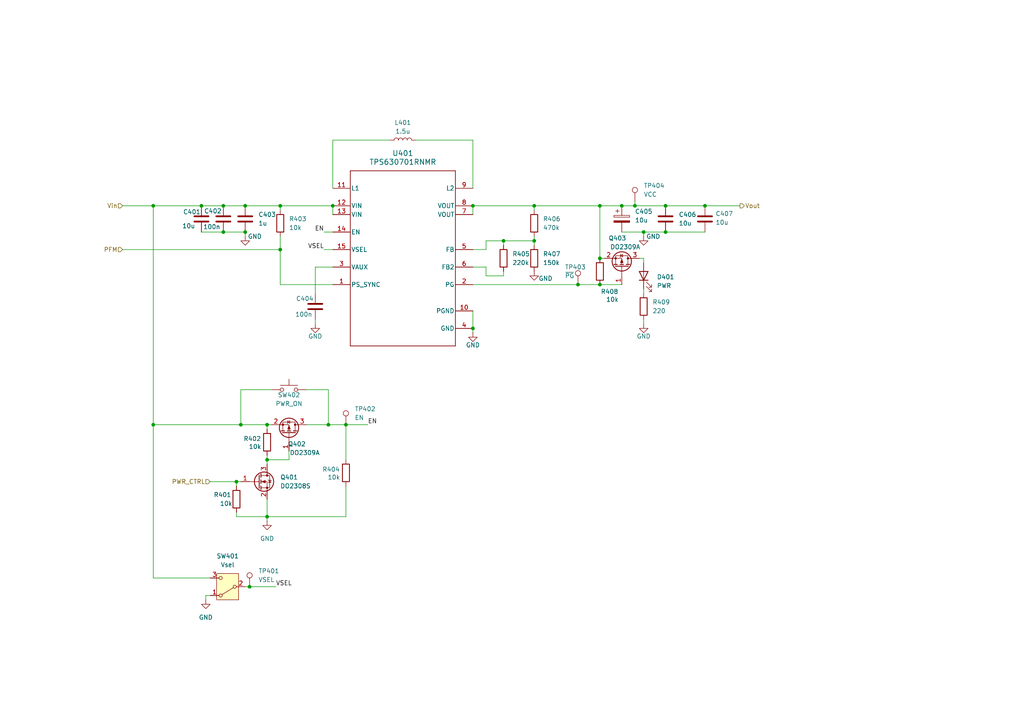
<source format=kicad_sch>
(kicad_sch (version 20250114) (generator "eeschema") (generator_version "9.0")
  (paper "A4")
  (lib_symbols
    (symbol "Connector:TestPoint" (pin_numbers (hide yes)) (pin_names (offset 0.762) (hide yes))
      (property "Reference" "TP" (at 0 6.858 0))
      (property "Value" "TestPoint" (at 0 5.08 0))
      (symbol "TestPoint_0_1"
        (circle (center 0 3.302) (radius 0.762))
      )
      (symbol "TestPoint_1_1"
        (pin passive line (at 0 0 90) (length 2.54) (name "1") (number "1"))
      )
    )
    (symbol "Device:C" (pin_numbers (hide yes)) (pin_names (offset 0.254))
      (property "Reference" "C" (at 0.635 2.54 0))
      (property "Value" "C" (at 0.635 -2.54 0))
      (symbol "C_0_1"
        (polyline (pts (xy -2.032 0.762) (xy 2.032 0.762)) (stroke (width 0.508)))
        (polyline (pts (xy -2.032 -0.762) (xy 2.032 -0.762)) (stroke (width 0.508)))
      )
      (symbol "C_1_1"
        (pin passive line (at 0 3.81 270) (length 2.794) (name "~") (number "1"))
        (pin passive line (at 0 -3.81 90) (length 2.794) (name "~") (number "2"))
      )
    )
    (symbol "Device:C_Polarized" (pin_numbers (hide yes)) (pin_names (offset 0.254))
      (property "Reference" "C" (at 0.635 2.54 0))
      (property "Value" "C_Polarized" (at 0.635 -2.54 0))
      (symbol "C_Polarized_0_1"
        (rectangle (start -2.286 0.508) (end 2.286 1.016))
        (polyline (pts (xy -1.778 2.286) (xy -0.762 2.286)))
        (polyline (pts (xy -1.27 2.794) (xy -1.27 1.778)))
        (rectangle (start 2.286 -0.508) (end -2.286 -1.016) (fill (type outline)))
      )
      (symbol "C_Polarized_1_1"
        (pin passive line (at 0 3.81 270) (length 2.794) (name "~") (number "1"))
        (pin passive line (at 0 -3.81 90) (length 2.794) (name "~") (number "2"))
      )
    )
    (symbol "Device:L" (pin_numbers (hide yes)) (pin_names (offset 1.016) (hide yes))
      (property "Reference" "L" (at -1.27 0 90))
      (property "Value" "L" (at 1.905 0 90))
      (symbol "L_0_1"
        (arc (start 0 2.54) (mid 0.6323 1.905) (end 0 1.27))
        (arc (start 0 1.27) (mid 0.6323 0.635) (end 0 0))
        (arc (start 0 0) (mid 0.6323 -0.635) (end 0 -1.27))
        (arc (start 0 -1.27) (mid 0.6323 -1.905) (end 0 -2.54))
      )
      (symbol "L_1_1"
        (pin passive line (at 0 3.81 270) (length 1.27) (name "1") (number "1"))
        (pin passive line (at 0 -3.81 90) (length 1.27) (name "2") (number "2"))
      )
    )
    (symbol "Device:LED" (pin_numbers (hide yes)) (pin_names (offset 1.016) (hide yes))
      (property "Reference" "D" (at 0 2.54 0))
      (property "Value" "LED" (at 0 -2.54 0))
      (symbol "LED_0_1"
        (polyline (pts (xy -3.048 -0.762) (xy -4.572 -2.286) (xy -3.81 -2.286) (xy -4.572 -2.286) (xy -4.572 -1.524)))
        (polyline (pts (xy -1.778 -0.762) (xy -3.302 -2.286) (xy -2.54 -2.286) (xy -3.302 -2.286) (xy -3.302 -1.524)))
        (polyline (pts (xy -1.27 0) (xy 1.27 0)))
        (polyline (pts (xy -1.27 -1.27) (xy -1.27 1.27)) (stroke (width 0.254)))
        (polyline (pts (xy 1.27 -1.27) (xy 1.27 1.27) (xy -1.27 0) (xy 1.27 -1.27)) (stroke (width 0.254)))
      )
      (symbol "LED_1_1"
        (pin passive line (at -3.81 0 0) (length 2.54) (name "K") (number "1"))
        (pin passive line (at 3.81 0 180) (length 2.54) (name "A") (number "2"))
      )
    )
    (symbol "Device:R" (pin_numbers (hide yes)) (pin_names (offset 0))
      (property "Reference" "R" (at 2.032 0 90))
      (property "Value" "R" (at 0 0 90))
      (symbol "R_0_1"
        (rectangle (start -1.016 -2.54) (end 1.016 2.54) (stroke (width 0.254)))
      )
      (symbol "R_1_1"
        (pin passive line (at 0 3.81 270) (length 1.27) (name "~") (number "1"))
        (pin passive line (at 0 -3.81 90) (length 1.27) (name "~") (number "2"))
      )
    )
    (symbol "Switch:SW_Push" (pin_numbers (hide yes)) (pin_names (offset 1.016) (hide yes))
      (property "Reference" "SW" (at 1.27 2.54 0))
      (property "Value" "SW_Push" (at 0 -1.524 0))
      (symbol "SW_Push_0_1"
        (circle (center -2.032 0) (radius 0.508))
        (polyline (pts (xy 0 1.27) (xy 0 3.048)))
        (circle (center 2.032 0) (radius 0.508))
        (polyline (pts (xy 2.54 1.27) (xy -2.54 1.27)))
        (pin passive line (at -5.08 0 0) (length 2.54) (name "1") (number "1"))
        (pin passive line (at 5.08 0 180) (length 2.54) (name "2") (number "2"))
      )
    )
    (symbol "Switch:SW_SPDT" (pin_names (offset 0) (hide yes))
      (property "Reference" "SW" (at 0 5.08 0))
      (property "Value" "SW_SPDT" (at 0 -5.08 0))
      (symbol "SW_SPDT_0_1"
        (circle (center -2.032 0) (radius 0.4572))
        (polyline (pts (xy -1.651 0.254) (xy 1.651 2.286)))
        (circle (center 2.032 2.54) (radius 0.4572))
        (circle (center 2.032 -2.54) (radius 0.4572))
      )
      (symbol "SW_SPDT_1_1"
        (rectangle (start -3.175 3.81) (end 3.175 -3.81) (fill (type background)))
        (pin passive line (at -5.08 0 0) (length 2.54) (name "B") (number "2"))
        (pin passive line (at 5.08 2.54 180) (length 2.54) (name "A") (number "1"))
        (pin passive line (at 5.08 -2.54 180) (length 2.54) (name "C") (number "3"))
      )
    )
    (symbol "TPS63070:TPS630701RNMR" (pin_names (offset 0.254))
      (property "Reference" "U" (at 0 2.54 0))
      (property "Value" "TPS630701RNMR" (at 0 0 0))
      (symbol "TPS630701RNMR_0_1"
        (polyline (pts (xy -15.24 25.4) (xy -15.24 -25.4)) (stroke (width 0.2032)))
        (polyline (pts (xy -15.24 -25.4) (xy 15.24 -25.4)) (stroke (width 0.2032)))
        (polyline (pts (xy 15.24 25.4) (xy -15.24 25.4)) (stroke (width 0.2032)))
        (polyline (pts (xy 15.24 -25.4) (xy 15.24 25.4)) (stroke (width 0.2032)))
        (pin unspecified line (at -20.32 20.32 0) (length 5.08) (name "L1") (number "11"))
        (pin power_in line (at -20.32 15.24 0) (length 5.08) (name "VIN") (number "12"))
        (pin power_in line (at -20.32 12.7 0) (length 5.08) (name "VIN") (number "13"))
        (pin input line (at -20.32 7.62 0) (length 5.08) (name "EN") (number "14"))
        (pin input line (at -20.32 2.54 0) (length 5.08) (name "VSEL") (number "15"))
        (pin unspecified line (at -20.32 -2.54 0) (length 5.08) (name "VAUX") (number "3"))
        (pin input line (at -20.32 -7.62 0) (length 5.08) (name "PS_SYNC") (number "1"))
        (pin unspecified line (at 20.32 20.32 180) (length 5.08) (name "L2") (number "9"))
        (pin power_in line (at 20.32 15.24 180) (length 5.08) (name "VOUT") (number "8"))
        (pin power_in line (at 20.32 12.7 180) (length 5.08) (name "VOUT") (number "7"))
        (pin output line (at 20.32 2.54 180) (length 5.08) (name "FB") (number "5"))
        (pin input line (at 20.32 -2.54 180) (length 5.08) (name "FB2") (number "6"))
        (pin open_collector line (at 20.32 -7.62 180) (length 5.08) (name "PG") (number "2"))
        (pin power_in line (at 20.32 -15.24 180) (length 5.08) (name "PGND") (number "10"))
        (pin power_in line (at 20.32 -20.32 180) (length 5.08) (name "GND") (number "4"))
      )
    )
    (symbol "Transistor_FET:2N7002K" (pin_names (hide yes))
      (property "Reference" "Q" (at 5.08 1.905 0))
      (property "Value" "2N7002K" (at 5.08 0 0))
      (symbol "2N7002K_0_1"
        (polyline (pts (xy 0.254 1.905) (xy 0.254 -1.905)) (stroke (width 0.254)))
        (polyline (pts (xy 0.254 0) (xy -2.54 0)))
        (polyline (pts (xy 0.762 2.286) (xy 0.762 1.27)) (stroke (width 0.254)))
        (polyline (pts (xy 0.762 0.508) (xy 0.762 -0.508)) (stroke (width 0.254)))
        (polyline (pts (xy 0.762 -1.27) (xy 0.762 -2.286)) (stroke (width 0.254)))
        (polyline (pts (xy 0.762 -1.778) (xy 3.302 -1.778) (xy 3.302 1.778) (xy 0.762 1.778)))
        (polyline (pts (xy 1.016 0) (xy 2.032 0.381) (xy 2.032 -0.381) (xy 1.016 0)) (fill (type outline)))
        (circle (center 1.651 0) (radius 2.794) (stroke (width 0.254)))
        (polyline (pts (xy 2.54 2.54) (xy 2.54 1.778)))
        (circle (center 2.54 1.778) (radius 0.254) (fill (type outline)))
        (circle (center 2.54 -1.778) (radius 0.254) (fill (type outline)))
        (polyline (pts (xy 2.54 -2.54) (xy 2.54 0) (xy 0.762 0)))
        (polyline (pts (xy 2.794 0.508) (xy 2.921 0.381) (xy 3.683 0.381) (xy 3.81 0.254)))
        (polyline (pts (xy 3.302 0.381) (xy 2.921 -0.254) (xy 3.683 -0.254) (xy 3.302 0.381)))
      )
      (symbol "2N7002K_1_1"
        (pin input line (at -5.08 0 0) (length 2.54) (name "G") (number "1"))
        (pin passive line (at 2.54 5.08 270) (length 2.54) (name "D") (number "3"))
        (pin passive line (at 2.54 -5.08 90) (length 2.54) (name "S") (number "2"))
      )
    )
    (symbol "Transistor_FET:BSS83P" (pin_names (hide yes))
      (property "Reference" "Q" (at 5.08 1.905 0))
      (property "Value" "BSS83P" (at 5.08 0 0))
      (symbol "BSS83P_0_1"
        (polyline (pts (xy 0.254 1.905) (xy 0.254 -1.905)) (stroke (width 0.254)))
        (polyline (pts (xy 0.254 0) (xy -2.54 0)))
        (polyline (pts (xy 0.762 2.286) (xy 0.762 1.27)) (stroke (width 0.254)))
        (polyline (pts (xy 0.762 1.778) (xy 3.302 1.778) (xy 3.302 -1.778) (xy 0.762 -1.778)))
        (polyline (pts (xy 0.762 0.508) (xy 0.762 -0.508)) (stroke (width 0.254)))
        (polyline (pts (xy 0.762 -1.27) (xy 0.762 -2.286)) (stroke (width 0.254)))
        (circle (center 1.651 0) (radius 2.794) (stroke (width 0.254)))
        (polyline (pts (xy 2.286 0) (xy 1.27 0.381) (xy 1.27 -0.381) (xy 2.286 0)) (fill (type outline)))
        (polyline (pts (xy 2.54 2.54) (xy 2.54 1.778)))
        (circle (center 2.54 1.778) (radius 0.254) (fill (type outline)))
        (circle (center 2.54 -1.778) (radius 0.254) (fill (type outline)))
        (polyline (pts (xy 2.54 -2.54) (xy 2.54 0) (xy 0.762 0)))
        (polyline (pts (xy 2.794 -0.508) (xy 2.921 -0.381) (xy 3.683 -0.381) (xy 3.81 -0.254)))
        (polyline (pts (xy 3.302 -0.381) (xy 2.921 0.254) (xy 3.683 0.254) (xy 3.302 -0.381)))
      )
      (symbol "BSS83P_1_1"
        (pin input line (at -5.08 0 0) (length 2.54) (name "G") (number "1"))
        (pin passive line (at 2.54 5.08 270) (length 2.54) (name "D") (number "3"))
        (pin passive line (at 2.54 -5.08 90) (length 2.54) (name "S") (number "2"))
      )
    )
    (symbol "power:GND" (power) (pin_numbers (hide yes)) (pin_names (offset 0) (hide yes))
      (property "Value" "GND" (at 0 -3.81 0))
      (symbol "GND_0_1"
        (polyline (pts (xy 0 0) (xy 0 -1.27) (xy 1.27 -1.27) (xy 0 -2.54) (xy -1.27 -1.27) (xy 0 -1.27)))
      )
      (symbol "GND_1_1"
        (pin power_in line (at 0 0 270) (length 0) (name "~") (number "1"))
      )
    )
  )
  (junction (at 71.12 59.69))
  (junction (at 71.12 67.31))
  (junction (at 193.04 59.69))
  (junction (at 137.16 95.25))
  (junction (at 173.99 59.69))
  (junction (at 96.52 59.69))
  (junction (at 77.47 149.86))
  (junction (at 44.45 123.19))
  (junction (at 58.42 59.69))
  (junction (at 137.16 59.69))
  (junction (at 81.28 59.69))
  (junction (at 167.64 82.55))
  (junction (at 64.77 67.31))
  (junction (at 72.39 170.18))
  (junction (at 173.99 74.93))
  (junction (at 146.05 69.85))
  (junction (at 180.34 59.69))
  (junction (at 77.47 123.19))
  (junction (at 100.33 123.19))
  (junction (at 64.77 59.69))
  (junction (at 69.85 123.19))
  (junction (at 193.04 67.31))
  (junction (at 44.45 59.69))
  (junction (at 173.99 82.55))
  (junction (at 184.15 59.69))
  (junction (at 68.58 139.7))
  (junction (at 81.28 72.39))
  (junction (at 77.47 133.35))
  (junction (at 204.47 59.69))
  (junction (at 154.94 69.85))
  (junction (at 154.94 59.69))
  (junction (at 95.25 123.19))
  (junction (at 186.69 67.31))
  (wire (pts (xy 95.25 123.19) (xy 100.33 123.19)))
  (wire (pts (xy 184.15 59.69) (xy 193.04 59.69)))
  (wire (pts (xy 140.97 77.47) (xy 137.16 77.47)))
  (wire (pts (xy 93.98 72.39) (xy 96.52 72.39)))
  (wire (pts (xy 96.52 77.47) (xy 91.44 77.47)))
  (wire (pts (xy 81.28 72.39) (xy 81.28 82.55)))
  (wire (pts (xy 81.28 59.69) (xy 81.28 60.96)))
  (wire (pts (xy 60.96 172.72) (xy 59.69 172.72)))
  (wire (pts (xy 71.12 68.58) (xy 71.12 67.31)))
  (wire (pts (xy 96.52 40.64) (xy 113.03 40.64)))
  (wire (pts (xy 146.05 71.12) (xy 146.05 69.85)))
  (wire (pts (xy 77.47 123.19) (xy 77.47 124.46)))
  (wire (pts (xy 44.45 123.19) (xy 44.45 167.64)))
  (wire (pts (xy 77.47 144.78) (xy 77.47 149.86)))
  (wire (pts (xy 69.85 113.03) (xy 69.85 123.19)))
  (wire (pts (xy 44.45 59.69) (xy 58.42 59.69)))
  (wire (pts (xy 60.96 139.7) (xy 68.58 139.7)))
  (wire (pts (xy 71.12 59.69) (xy 81.28 59.69)))
  (wire (pts (xy 64.77 59.69) (xy 71.12 59.69)))
  (wire (pts (xy 58.42 59.69) (xy 64.77 59.69)))
  (wire (pts (xy 72.39 170.18) (xy 80.01 170.18)))
  (wire (pts (xy 185.42 74.93) (xy 186.69 74.93)))
  (wire (pts (xy 77.47 133.35) (xy 83.82 133.35)))
  (wire (pts (xy 68.58 149.86) (xy 68.58 148.59)))
  (wire (pts (xy 137.16 95.25) (xy 137.16 96.52)))
  (wire (pts (xy 146.05 80.01) (xy 146.05 78.74)))
  (wire (pts (xy 69.85 123.19) (xy 77.47 123.19)))
  (wire (pts (xy 81.28 68.58) (xy 81.28 72.39)))
  (wire (pts (xy 100.33 149.86) (xy 77.47 149.86)))
  (wire (pts (xy 186.69 67.31) (xy 186.69 68.58)))
  (wire (pts (xy 81.28 59.69) (xy 96.52 59.69)))
  (wire (pts (xy 91.44 77.47) (xy 91.44 85.09)))
  (wire (pts (xy 137.16 59.69) (xy 137.16 62.23)))
  (wire (pts (xy 120.65 40.64) (xy 137.16 40.64)))
  (wire (pts (xy 186.69 74.93) (xy 186.69 76.2)))
  (wire (pts (xy 44.45 123.19) (xy 44.45 59.69)))
  (wire (pts (xy 140.97 69.85) (xy 146.05 69.85)))
  (wire (pts (xy 77.47 149.86) (xy 77.47 151.13)))
  (wire (pts (xy 186.69 85.09) (xy 186.69 83.82)))
  (wire (pts (xy 137.16 90.17) (xy 137.16 95.25)))
  (wire (pts (xy 68.58 140.97) (xy 68.58 139.7)))
  (wire (pts (xy 81.28 72.39) (xy 35.56 72.39)))
  (wire (pts (xy 100.33 140.97) (xy 100.33 149.86)))
  (wire (pts (xy 154.94 69.85) (xy 154.94 71.12)))
  (wire (pts (xy 186.69 93.98) (xy 186.69 92.71)))
  (wire (pts (xy 154.94 60.96) (xy 154.94 59.69)))
  (wire (pts (xy 146.05 80.01) (xy 140.97 80.01)))
  (wire (pts (xy 100.33 123.19) (xy 106.68 123.19)))
  (wire (pts (xy 140.97 72.39) (xy 140.97 69.85)))
  (wire (pts (xy 96.52 82.55) (xy 81.28 82.55)))
  (wire (pts (xy 173.99 59.69) (xy 180.34 59.69)))
  (wire (pts (xy 68.58 149.86) (xy 77.47 149.86)))
  (wire (pts (xy 93.98 67.31) (xy 96.52 67.31)))
  (wire (pts (xy 95.25 113.03) (xy 95.25 123.19)))
  (wire (pts (xy 64.77 67.31) (xy 71.12 67.31)))
  (wire (pts (xy 154.94 68.58) (xy 154.94 69.85)))
  (wire (pts (xy 96.52 59.69) (xy 96.52 62.23)))
  (wire (pts (xy 137.16 40.64) (xy 137.16 54.61)))
  (wire (pts (xy 77.47 133.35) (xy 77.47 134.62)))
  (wire (pts (xy 140.97 80.01) (xy 140.97 77.47)))
  (wire (pts (xy 184.15 58.42) (xy 184.15 59.69)))
  (wire (pts (xy 91.44 92.71) (xy 91.44 93.98)))
  (wire (pts (xy 137.16 82.55) (xy 167.64 82.55)))
  (wire (pts (xy 88.9 123.19) (xy 95.25 123.19)))
  (wire (pts (xy 100.33 133.35) (xy 100.33 123.19)))
  (wire (pts (xy 173.99 74.93) (xy 173.99 59.69)))
  (wire (pts (xy 204.47 59.69) (xy 214.63 59.69)))
  (wire (pts (xy 44.45 123.19) (xy 69.85 123.19)))
  (wire (pts (xy 137.16 59.69) (xy 154.94 59.69)))
  (wire (pts (xy 58.42 67.31) (xy 64.77 67.31)))
  (wire (pts (xy 137.16 72.39) (xy 140.97 72.39)))
  (wire (pts (xy 186.69 67.31) (xy 193.04 67.31)))
  (wire (pts (xy 173.99 82.55) (xy 180.34 82.55)))
  (wire (pts (xy 78.74 123.19) (xy 77.47 123.19)))
  (wire (pts (xy 193.04 67.31) (xy 204.47 67.31)))
  (wire (pts (xy 146.05 69.85) (xy 154.94 69.85)))
  (wire (pts (xy 68.58 139.7) (xy 69.85 139.7)))
  (wire (pts (xy 77.47 132.08) (xy 77.47 133.35)))
  (wire (pts (xy 167.64 82.55) (xy 173.99 82.55)))
  (wire (pts (xy 180.34 67.31) (xy 186.69 67.31)))
  (wire (pts (xy 154.94 59.69) (xy 173.99 59.69)))
  (wire (pts (xy 180.34 59.69) (xy 184.15 59.69)))
  (wire (pts (xy 173.99 74.93) (xy 175.26 74.93)))
  (wire (pts (xy 88.9 113.03) (xy 95.25 113.03)))
  (wire (pts (xy 78.74 113.03) (xy 69.85 113.03)))
  (wire (pts (xy 44.45 167.64) (xy 60.96 167.64)))
  (wire (pts (xy 83.82 130.81) (xy 83.82 133.35)))
  (wire (pts (xy 96.52 54.61) (xy 96.52 40.64)))
  (wire (pts (xy 35.56 59.69) (xy 44.45 59.69)))
  (wire (pts (xy 71.12 170.18) (xy 72.39 170.18)))
  (wire (pts (xy 59.69 172.72) (xy 59.69 173.99)))
  (wire (pts (xy 193.04 59.69) (xy 204.47 59.69)))
  (label "VSEL" (at 93.98 72.39 180))
  (label "EN" (at 93.98 67.31 180))
  (label "VSEL" (at 80.01 170.18 0))
  (label "EN" (at 106.68 123.19 0))
  (hierarchical_label "PFM" (shape input) (at 35.56 72.39 180))
  (hierarchical_label "Vin" (shape input) (at 35.56 59.69 180))
  (hierarchical_label "Vout" (shape output) (at 214.63 59.69 0))
  (hierarchical_label "PWR_CTRL" (shape input) (at 60.96 139.7 180))
  (symbol (lib_id "Connector:TestPoint") (at 100.33 123.19 0) (unit 1) (in_bom no)
    (property "Reference" "TP402" (at 102.87 118.6179 0) (effects (justify left)))
    (property "Value" "EN" (at 102.87 121.1579 0) (effects (justify left)))
    (property "Footprint" "TestPoint:TestPoint_Pad_D2.0mm" (effects (hide yes)))
    (property "Description" "test point" (effects (hide yes)))
    (instances (project "BreadboardUPS" (path "" (reference "TP402") (unit 1)) (path "" (reference "TP502") (unit 1))))
  )
  (symbol (lib_id "Device:C") (at 58.42 63.5 0) (unit 1) (in_bom no)
    (property "Reference" "C401" (at 53.086 61.468 0) (effects (justify left)))
    (property "Value" "10u" (at 52.832 65.532 0) (effects (justify left)))
    (property "Footprint" "Capacitor_SMD:C_1206_3216Metric_Pad1.33x1.80mm_HandSolder" (effects (hide yes)))
    (property "Description" "Unpolarized capacitor" (effects (hide yes)))
    (instances (project "BreadboardUPS" (path "" (reference "C401") (unit 1)) (path "" (reference "C501") (unit 1))))
  )
  (symbol (lib_id "power:GND") (at 186.69 93.98 0) (unit 1)
    (property "Reference" "#PWR0408" (effects (hide yes)))
    (property "Value" "GND" (at 186.69 97.536 0))
    (property "Description" "Power symbol creates a global label with name \"GND\" , ground" (effects (hide yes)))
    (instances (project "BreadboardUPS" (path "" (reference "#PWR0408") (unit 1)) (path "" (reference "#PWR0508") (unit 1))))
  )
  (symbol (lib_id "Device:C") (at 193.04 63.5 0) (unit 1) (in_bom no)
    (property "Reference" "C406" (at 196.85 62.2299 0) (effects (justify left)))
    (property "Value" "10u" (at 196.85 64.7699 0) (effects (justify left)))
    (property "Footprint" "Capacitor_SMD:C_1206_3216Metric_Pad1.33x1.80mm_HandSolder" (effects (hide yes)))
    (property "Description" "Unpolarized capacitor" (effects (hide yes)))
    (instances (project "BreadboardUPS" (path "" (reference "C406") (unit 1)) (path "" (reference "C506") (unit 1))))
  )
  (symbol (lib_id "power:GND") (at 71.12 68.58 0) (unit 1)
    (property "Reference" "#PWR0402" (effects (hide yes)))
    (property "Value" "GND" (at 73.914 68.58 0))
    (property "Description" "Power symbol creates a global label with name \"GND\" , ground" (effects (hide yes)))
    (instances (project "BreadboardUPS" (path "" (reference "#PWR0402") (unit 1)) (path "" (reference "#PWR0502") (unit 1))))
  )
  (symbol (lib_id "Device:R") (at 173.99 78.74 0) (unit 1) (in_bom no)
    (property "Reference" "R408" (at 174.244 84.582 0) (effects (justify left)))
    (property "Value" "10k" (at 175.768 86.868 0) (effects (justify left)))
    (property "Footprint" "Resistor_SMD:R_1206_3216Metric_Pad1.30x1.75mm_HandSolder" (effects (hide yes)))
    (property "Description" "Resistor" (effects (hide yes)))
    (instances (project "BreadboardUPS" (path "" (reference "R408") (unit 1)) (path "" (reference "R508") (unit 1))))
  )
  (symbol (lib_id "Device:C") (at 204.47 63.5 0) (unit 1) (in_bom no)
    (property "Reference" "C407" (at 207.518 61.976 0) (effects (justify left)))
    (property "Value" "10u" (at 207.518 64.516 0) (effects (justify left)))
    (property "Footprint" "Capacitor_SMD:C_1206_3216Metric_Pad1.33x1.80mm_HandSolder" (effects (hide yes)))
    (property "Description" "Unpolarized capacitor" (effects (hide yes)))
    (instances (project "BreadboardUPS" (path "" (reference "C407") (unit 1)) (path "" (reference "C507") (unit 1))))
  )
  (symbol (lib_id "Switch:SW_SPDT") (at 66.04 170.18 180) (unit 1)
    (property "Reference" "SW401" (at 66.04 161.29 0))
    (property "Value" "Vsel" (at 66.04 163.83 0))
    (property "Footprint" "Button_Switch_THT:SW_Slide_SPDT_Straight_CK_OS102011MS2Q" (effects (hide yes)))
    (property "Description" "Switch, single pole double throw" (effects (hide yes)))
    (property "LCSC" "C5149844" (effects (hide yes)))
    (instances (project "BreadboardUPS" (path "" (reference "SW401") (unit 1)) (path "" (reference "SW501") (unit 1))))
  )
  (symbol (lib_id "TPS63070:TPS630701RNMR") (at 116.84 74.93 0) (unit 1)
    (property "Reference" "U401" (at 116.84 44.45 0) (effects (font (size 1.524 1.524))))
    (property "Value" "TPS630701RNMR" (at 116.84 46.99 0) (effects (font (size 1.524 1.524))))
    (property "Footprint" "lib:TPS63070" (effects (hide yes)))
    (property "Datasheet" "https://www.ti.com/lit/gpn/TPS63070" (effects (hide yes)))
    (property "LCSC" "C109322" (effects (hide yes)))
    (instances (project "BreadboardUPS" (path "" (reference "U401") (unit 1)) (path "" (reference "U501") (unit 1))))
  )
  (symbol (lib_id "Device:R") (at 68.58 144.78 0) (unit 1) (in_bom no)
    (property "Reference" "R401" (at 61.976 143.51 0) (effects (justify left)))
    (property "Value" "10k" (at 63.754 146.05 0) (effects (justify left)))
    (property "Footprint" "Resistor_SMD:R_1206_3216Metric_Pad1.30x1.75mm_HandSolder" (effects (hide yes)))
    (property "Description" "Resistor" (effects (hide yes)))
    (instances (project "BreadboardUPS" (path "" (reference "R401") (unit 1)) (path "" (reference "R501") (unit 1))))
  )
  (symbol (lib_id "Device:C") (at 71.12 63.5 0) (unit 1)
    (property "Reference" "C403" (at 74.93 62.2299 0) (effects (justify left)))
    (property "Value" "1u" (at 74.93 64.7699 0) (effects (justify left)))
    (property "Footprint" "Capacitor_SMD:C_0805_2012Metric_Pad1.18x1.45mm_HandSolder" (effects (hide yes)))
    (property "Description" "Unpolarized capacitor" (effects (hide yes)))
    (property "LCSC" "C7393927" (effects (hide yes)))
    (instances (project "BreadboardUPS" (path "" (reference "C403") (unit 1)) (path "" (reference "C503") (unit 1))))
  )
  (symbol (lib_id "Device:R") (at 154.94 74.93 0) (unit 1)
    (property "Reference" "R407" (at 157.48 73.6599 0) (effects (justify left)))
    (property "Value" "150k" (at 157.48 76.1999 0) (effects (justify left)))
    (property "Footprint" "Resistor_SMD:R_0805_2012Metric_Pad1.20x1.40mm_HandSolder" (effects (hide yes)))
    (property "Description" "Resistor" (effects (hide yes)))
    (property "LCSC" "C365243" (effects (hide yes)))
    (instances (project "BreadboardUPS" (path "" (reference "R407") (unit 1)) (path "" (reference "R507") (unit 1))))
  )
  (symbol (lib_id "Transistor_FET:BSS83P") (at 180.34 77.47 270) (mirror x) (unit 1)
    (property "Reference" "Q403" (at 179.07 69.088 90))
    (property "Value" "DO2309A" (at 181.356 71.628 90))
    (property "Footprint" "Package_TO_SOT_SMD:SOT-23_Handsoldering" (effects (hide yes)))
    (property "Datasheet" "https://www.lcsc.com/datasheet/lcsc_datasheet_2504101957_DOINGTER-DO2309A_C47018570.pdf" (effects (hide yes)))
    (property "Description" "-2A Id, -60V Vds, P-Channel MOSFET, SOT-23" (effects (hide yes)))
    (property "LCSC" "C47018570" (effects (hide yes)))
    (instances (project "BreadboardUPS" (path "" (reference "Q403") (unit 1)) (path "" (reference "Q503") (unit 1))))
  )
  (symbol (lib_id "Device:L") (at 116.84 40.64 90) (unit 1)
    (property "Reference" "L401" (at 116.84 35.56 90))
    (property "Value" "1.5u" (at 116.84 38.1 90))
    (property "Footprint" "Inductor_SMD:L_Cenker_CKCS4020" (effects (hide yes)))
    (property "Datasheet" "https://www.lcsc.com/datasheet/lcsc_datasheet_2410121731_CENKER-CKCSA4020-1-5uH-N_C5442006.pdf" (effects (hide yes)))
    (property "Description" "Inductor" (effects (hide yes)))
    (property "LCSC" "C5442006" (effects (hide yes)))
    (instances (project "BreadboardUPS" (path "" (reference "L401") (unit 1)) (path "" (reference "L501") (unit 1))))
  )
  (symbol (lib_id "power:GND") (at 77.47 151.13 0) (unit 1)
    (property "Reference" "#PWR0403" (effects (hide yes)))
    (property "Value" "GND" (at 77.47 156.21 0))
    (property "Description" "Power symbol creates a global label with name \"GND\" , ground" (effects (hide yes)))
    (instances (project "BreadboardUPS" (path "" (reference "#PWR0403") (unit 1)) (path "" (reference "#PWR0503") (unit 1))))
  )
  (symbol (lib_id "power:GND") (at 137.16 96.52 0) (unit 1)
    (property "Reference" "#PWR0405" (effects (hide yes)))
    (property "Value" "GND" (at 137.16 100.076 0))
    (property "Description" "Power symbol creates a global label with name \"GND\" , ground" (effects (hide yes)))
    (instances (project "BreadboardUPS" (path "" (reference "#PWR0405") (unit 1)) (path "" (reference "#PWR0505") (unit 1))))
  )
  (symbol (lib_id "Connector:TestPoint") (at 184.15 58.42 0) (unit 1) (in_bom no)
    (property "Reference" "TP404" (at 186.69 53.8479 0) (effects (justify left)))
    (property "Value" "VCC" (at 186.69 56.3879 0) (effects (justify left)))
    (property "Footprint" "TestPoint:TestPoint_Pad_D2.0mm" (effects (hide yes)))
    (property "Description" "test point" (effects (hide yes)))
    (instances (project "BreadboardUPS" (path "" (reference "TP404") (unit 1)) (path "" (reference "TP504") (unit 1))))
  )
  (symbol (lib_id "Device:R") (at 154.94 64.77 0) (unit 1)
    (property "Reference" "R406" (at 157.48 63.4999 0) (effects (justify left)))
    (property "Value" "470k" (at 157.48 66.0399 0) (effects (justify left)))
    (property "Footprint" "Resistor_SMD:R_0805_2012Metric_Pad1.20x1.40mm_HandSolder" (effects (hide yes)))
    (property "Description" "Resistor" (effects (hide yes)))
    (property "LCSC" "C3016836" (effects (hide yes)))
    (instances (project "BreadboardUPS" (path "" (reference "R406") (unit 1)) (path "" (reference "R506") (unit 1))))
  )
  (symbol (lib_id "Device:R") (at 146.05 74.93 0) (unit 1)
    (property "Reference" "R405" (at 148.59 73.6599 0) (effects (justify left)))
    (property "Value" "220k" (at 148.59 76.1999 0) (effects (justify left)))
    (property "Footprint" "Resistor_SMD:R_0805_2012Metric_Pad1.20x1.40mm_HandSolder" (effects (hide yes)))
    (property "Description" "Resistor" (effects (hide yes)))
    (property "LCSC" "C5140137" (effects (hide yes)))
    (instances (project "BreadboardUPS" (path "" (reference "R405") (unit 1)) (path "" (reference "R505") (unit 1))))
  )
  (symbol (lib_id "Device:C_Polarized") (at 180.34 63.5 0) (unit 1) (in_bom no)
    (property "Reference" "C405" (at 184.15 61.3409 0) (effects (justify left)))
    (property "Value" "10u" (at 184.15 63.8809 0) (effects (justify left)))
    (property "Footprint" "Capacitor_Tantalum_SMD:CP_EIA-7343-31_Kemet-D_HandSolder" (effects (hide yes)))
    (property "Description" "Polarized capacitor" (effects (hide yes)))
    (instances (project "BreadboardUPS" (path "" (reference "C405") (unit 1)) (path "" (reference "C505") (unit 1))))
  )
  (symbol (lib_id "power:GND") (at 91.44 93.98 0) (unit 1)
    (property "Reference" "#PWR0404" (effects (hide yes)))
    (property "Value" "GND" (at 91.44 97.536 0))
    (property "Description" "Power symbol creates a global label with name \"GND\" , ground" (effects (hide yes)))
    (instances (project "BreadboardUPS" (path "" (reference "#PWR0404") (unit 1)) (path "" (reference "#PWR0504") (unit 1))))
  )
  (symbol (lib_id "Device:LED") (at 186.69 80.01 90) (unit 1) (in_bom no)
    (property "Reference" "D401" (at 190.5 80.3274 90) (effects (justify right)))
    (property "Value" "PWR" (at 190.5 82.8674 90) (effects (justify right)))
    (property "Footprint" "LED_SMD:LED_1206_3216Metric_Pad1.42x1.75mm_HandSolder" (effects (hide yes)))
    (property "Description" "Light emitting diode" (effects (hide yes)))
    (property "Sim.Pins" "1=K 2=A" (effects (hide yes)))
    (instances (project "BreadboardUPS" (path "" (reference "D401") (unit 1)) (path "" (reference "D501") (unit 1))))
  )
  (symbol (lib_id "Transistor_FET:2N7002K") (at 74.93 139.7 0) (unit 1)
    (property "Reference" "Q401" (at 81.28 138.4299 0) (effects (justify left)))
    (property "Value" "DO2308S" (at 81.28 140.9699 0) (effects (justify left)))
    (property "Footprint" "Package_TO_SOT_SMD:SOT-23_Handsoldering" (effects (hide yes)))
    (property "Datasheet" "https://www.lcsc.com/datasheet/lcsc_datasheet_2504101957_DOINGTER-DO2308S_C47018572.pdf" (effects (hide yes)))
    (property "Description" "2.2A Id, 60V Vds, N-Channel MOSFET, SOT-23" (effects (hide yes)))
    (property "LCSC" "C47018572" (effects (hide yes)))
    (instances (project "BreadboardUPS" (path "" (reference "Q401") (unit 1)) (path "" (reference "Q501") (unit 1))))
  )
  (symbol (lib_id "power:GND") (at 154.94 78.74 0) (unit 1)
    (property "Reference" "#PWR0406" (effects (hide yes)))
    (property "Value" "GND" (at 158.242 80.772 0))
    (property "Description" "Power symbol creates a global label with name \"GND\" , ground" (effects (hide yes)))
    (instances (project "BreadboardUPS" (path "" (reference "#PWR0406") (unit 1)) (path "" (reference "#PWR0506") (unit 1))))
  )
  (symbol (lib_id "Transistor_FET:BSS83P") (at 83.82 125.73 270) (mirror x) (unit 1)
    (property "Reference" "Q402" (at 86.106 128.778 90))
    (property "Value" "DO2309A" (at 88.392 131.318 90))
    (property "Footprint" "Package_TO_SOT_SMD:SOT-23_Handsoldering" (effects (hide yes)))
    (property "Datasheet" "https://www.lcsc.com/datasheet/lcsc_datasheet_2504101957_DOINGTER-DO2309A_C47018570.pdf" (effects (hide yes)))
    (property "Description" "-2A Id, -60V Vds, P-Channel MOSFET, SOT-23" (effects (hide yes)))
    (property "LCSC" "C47018570" (effects (hide yes)))
    (instances (project "BreadboardUPS" (path "" (reference "Q402") (unit 1)) (path "" (reference "Q502") (unit 1))))
  )
  (symbol (lib_id "Connector:TestPoint") (at 72.39 170.18 0) (unit 1) (in_bom no)
    (property "Reference" "TP401" (at 74.93 165.6079 0) (effects (justify left)))
    (property "Value" "VSEL" (at 74.93 168.1479 0) (effects (justify left)))
    (property "Footprint" "TestPoint:TestPoint_Pad_D2.0mm" (effects (hide yes)))
    (property "Description" "test point" (effects (hide yes)))
    (instances (project "BreadboardUPS" (path "" (reference "TP401") (unit 1)) (path "" (reference "TP501") (unit 1))))
  )
  (symbol (lib_id "Device:C") (at 64.77 63.5 0) (unit 1) (in_bom no)
    (property "Reference" "C402" (at 59.182 61.214 0) (effects (justify left)))
    (property "Value" "100n" (at 58.928 65.786 0) (effects (justify left)))
    (property "Footprint" "Capacitor_SMD:C_1206_3216Metric_Pad1.33x1.80mm_HandSolder" (effects (hide yes)))
    (property "Description" "Unpolarized capacitor" (effects (hide yes)))
    (instances (project "BreadboardUPS" (path "" (reference "C402") (unit 1)) (path "" (reference "C502") (unit 1))))
  )
  (symbol (lib_id "Device:R") (at 186.69 88.9 0) (unit 1) (in_bom no)
    (property "Reference" "R409" (at 189.23 87.6299 0) (effects (justify left)))
    (property "Value" "220" (at 189.23 90.1699 0) (effects (justify left)))
    (property "Footprint" "Resistor_SMD:R_1206_3216Metric_Pad1.30x1.75mm_HandSolder" (effects (hide yes)))
    (property "Description" "Resistor" (effects (hide yes)))
    (instances (project "BreadboardUPS" (path "" (reference "R409") (unit 1)) (path "" (reference "R509") (unit 1))))
  )
  (symbol (lib_id "Device:R") (at 77.47 128.27 0) (unit 1) (in_bom no)
    (property "Reference" "R402" (at 70.612 127.254 0) (effects (justify left)))
    (property "Value" "10k" (at 72.136 129.54 0) (effects (justify left)))
    (property "Footprint" "Resistor_SMD:R_1206_3216Metric_Pad1.30x1.75mm_HandSolder" (effects (hide yes)))
    (property "Description" "Resistor" (effects (hide yes)))
    (instances (project "BreadboardUPS" (path "" (reference "R402") (unit 1)) (path "" (reference "R502") (unit 1))))
  )
  (symbol (lib_id "Device:R") (at 100.33 137.16 0) (unit 1) (in_bom no)
    (property "Reference" "R404" (at 93.472 136.144 0) (effects (justify left)))
    (property "Value" "10k" (at 94.996 138.43 0) (effects (justify left)))
    (property "Footprint" "Resistor_SMD:R_1206_3216Metric_Pad1.30x1.75mm_HandSolder" (effects (hide yes)))
    (property "Description" "Resistor" (effects (hide yes)))
    (instances (project "BreadboardUPS" (path "" (reference "R404") (unit 1)) (path "" (reference "R504") (unit 1))))
  )
  (symbol (lib_id "Switch:SW_Push") (at 83.82 113.03 0) (unit 1) (in_bom no)
    (property "Reference" "SW402" (at 83.82 114.554 0))
    (property "Value" "PWR_ON" (at 83.82 117.094 0))
    (property "Footprint" "Button_Switch_THT:SW_PUSH_6mm" (effects (hide yes)))
    (property "Description" "Push button switch, generic, two pins" (effects (hide yes)))
    (instances (project "BreadboardUPS" (path "" (reference "SW402") (unit 1)) (path "" (reference "SW502") (unit 1))))
  )
  (symbol (lib_id "power:GND") (at 186.69 68.58 0) (unit 1)
    (property "Reference" "#PWR0407" (effects (hide yes)))
    (property "Value" "GND" (at 189.484 68.58 0))
    (property "Description" "Power symbol creates a global label with name \"GND\" , ground" (effects (hide yes)))
    (instances (project "BreadboardUPS" (path "" (reference "#PWR0407") (unit 1)) (path "" (reference "#PWR0507") (unit 1))))
  )
  (symbol (lib_id "Device:C") (at 91.44 88.9 0) (unit 1) (in_bom no)
    (property "Reference" "C404" (at 85.852 86.614 0) (effects (justify left)))
    (property "Value" "100n" (at 85.598 91.186 0) (effects (justify left)))
    (property "Footprint" "Capacitor_SMD:C_1206_3216Metric_Pad1.33x1.80mm_HandSolder" (effects (hide yes)))
    (property "Description" "Unpolarized capacitor" (effects (hide yes)))
    (instances (project "BreadboardUPS" (path "" (reference "C404") (unit 1)) (path "" (reference "C504") (unit 1))))
  )
  (symbol (lib_id "power:GND") (at 59.69 173.99 0) (mirror y) (unit 1)
    (property "Reference" "#PWR0401" (effects (hide yes)))
    (property "Value" "GND" (at 59.69 179.07 0))
    (property "Description" "Power symbol creates a global label with name \"GND\" , ground" (effects (hide yes)))
    (instances (project "BreadboardUPS" (path "" (reference "#PWR0401") (unit 1)) (path "" (reference "#PWR0501") (unit 1))))
  )
  (symbol (lib_id "Device:R") (at 81.28 64.77 0) (unit 1) (in_bom no)
    (property "Reference" "R403" (at 83.82 63.4999 0) (effects (justify left)))
    (property "Value" "10k" (at 83.82 66.0399 0) (effects (justify left)))
    (property "Footprint" "Resistor_SMD:R_1206_3216Metric_Pad1.30x1.75mm_HandSolder" (effects (hide yes)))
    (property "Description" "Resistor" (effects (hide yes)))
    (instances (project "BreadboardUPS" (path "" (reference "R403") (unit 1)) (path "" (reference "R503") (unit 1))))
  )
  (symbol (lib_id "Connector:TestPoint") (at 167.64 82.55 0) (unit 1) (in_bom no)
    (property "Reference" "TP403" (at 163.83 77.47 0) (effects (justify left)))
    (property "Value" "~{PG}" (at 163.83 80.01 0) (effects (justify left)))
    (property "Footprint" "TestPoint:TestPoint_Pad_D2.0mm" (effects (hide yes)))
    (property "Description" "test point" (effects (hide yes)))
    (instances (project "BreadboardUPS" (path "" (reference "TP403") (unit 1)) (path "" (reference "TP503") (unit 1))))
  )
)
</source>
